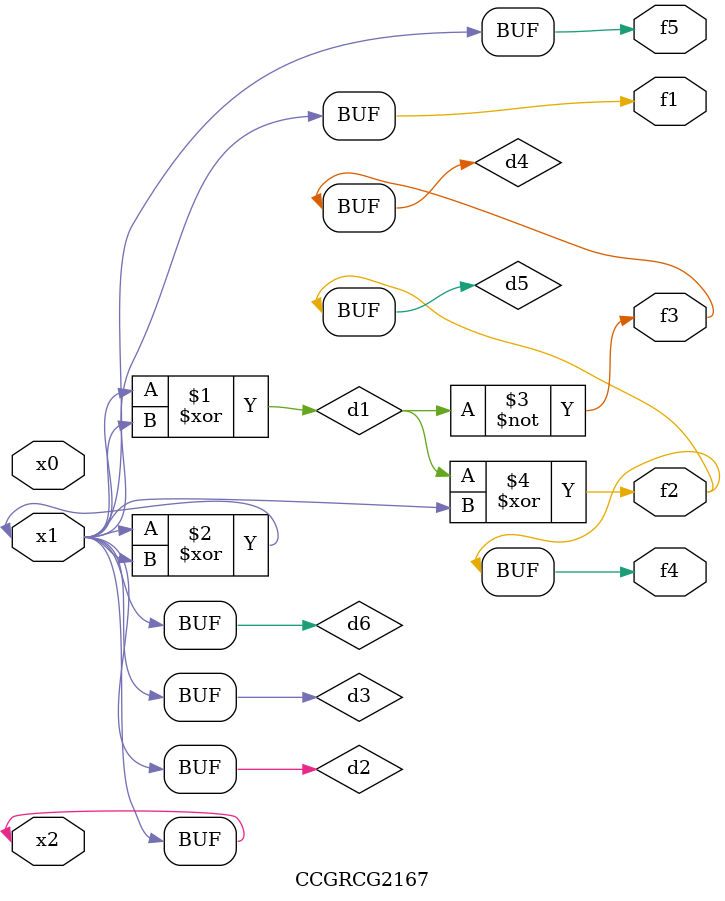
<source format=v>
module CCGRCG2167(
	input x0, x1, x2,
	output f1, f2, f3, f4, f5
);

	wire d1, d2, d3, d4, d5, d6;

	xor (d1, x1, x2);
	buf (d2, x1, x2);
	xor (d3, x1, x2);
	nor (d4, d1);
	xor (d5, d1, d2);
	buf (d6, d2, d3);
	assign f1 = d6;
	assign f2 = d5;
	assign f3 = d4;
	assign f4 = d5;
	assign f5 = d6;
endmodule

</source>
